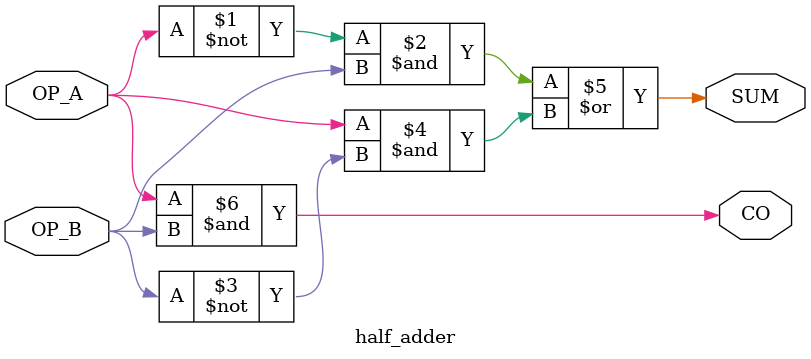
<source format=v>
`timescale 1ns / 1ps
/**
  * Engineer: Juan Luna
  *  
  * Create Date: 2023-01-19
  * Design Name: Half Adder Circuit
  * Module Name: half_adder
  * Project Name: Project 1
  * Target Devices: Basys 3 board
  * Tool Versions: 
  * Description:
  *     This module contains a digital circuit that performs
  *     mathematical addition. It takes two 1-bit values as 
  *     inputs and outputs the sum and a carry-out bit. That 
  *     is, one bit that carries the result of the two-bit 
  *     addition and another that tells whether the addition 
  *     operation generated a carry-out.
  *
  * Dependencies: N/A
  * 
  * Revision: 1
  * Revision 0.01 - File Created
  * Additional Comments: N/A 
  */

module half_adder(
    input OP_A,
    input OP_B,
    output SUM, 
    output CO
    );
    
    assign SUM = (~OP_A & OP_B) | (OP_A & ~OP_B);
    assign CO = OP_A & OP_B;
    
endmodule
</source>
